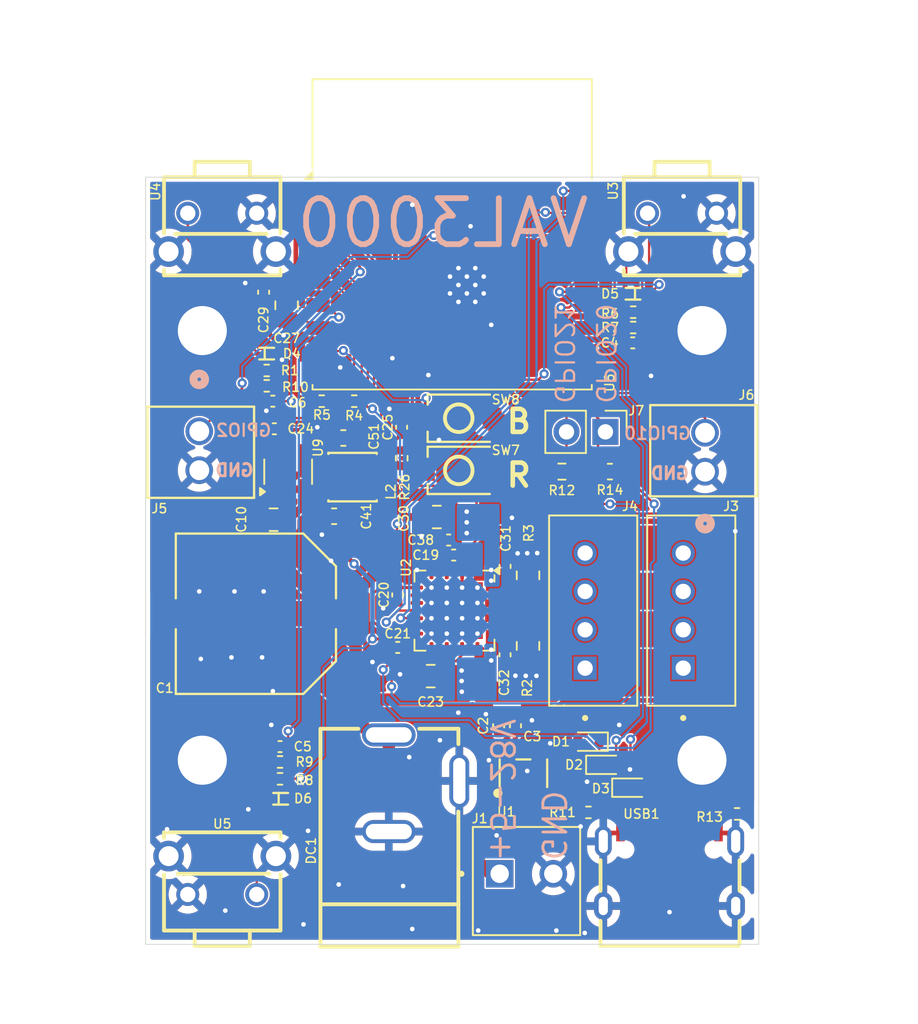
<source format=kicad_pcb>
(kicad_pcb (version 20241229) (generator "pcbnew") (generator_version "9.0")
  (layers (0 "F.Cu" signal) (4 "In1.Cu" mixed "GND3.Cu") (6 "In2.Cu" mixed "GND4.Cu") (2 "B.Cu" signal) (13 "F.Paste" user) (15 "B.Paste" user) (5 "F.SilkS" user "F.Silkscreen") (7 "B.SilkS" user "B.Silkscreen") (1 "F.Mask" user) (3 "B.Mask" user) (25 "Edge.Cuts" user))
  (net 0 "")
  (net 1 "GND")
  (net 2 "24V")
  (net 3 "Net-(U2-CPI)")
  (net 4 "Net-(U2-CPO)")
  (net 5 "Net-(U2-5VOUT)")
  (net 6 "Net-(U6-EN)")
  (net 7 "Net-(U2-VCP)")
  (net 8 "VBUS")
  (net 9 "USB_D-")
  (net 10 "USB_D+")
  (net 11 "Net-(U2-BRA)")
  (net 12 "Net-(U2-BRB)")
  (net 13 "TMC_UART_RX")
  (net 14 "TMC_UART_TX")
  (net 15 "3V3")
  (net 16 "Net-(U9-SW)")
  (net 17 "Net-(U9-BST)")
  (net 18 "TMC_EN")
  (net 19 "Net-(U6-IO9)")
  (net 22 "INDEX")
  (net 23 "USER_1{slash}STEP")
  (net 28 "STALLGUARD")
  (net 30 "BUTTON_2")
  (net 31 "BUTTON_1")
  (net 32 "BUTTON_WIFI_RESET")
  (net 33 "Net-(D4-Pad1)")
  (net 34 "Net-(D5-Pad1)")
  (net 35 "Net-(D6-Pad1)")
  (net 36 "0B2")
  (net 37 "0B1")
  (net 38 "0A2")
  (net 39 "0A1")
  (net 40 "USER_2{slash}DIR")
  (net 41 "DIR")
  (net 42 "STEP")
  (net 43 "Net-(USB1-CC1)")
  (net 44 "Net-(USB1-CC2)")
  (net 47 "USER_3{slash}END_1")
  (net 48 "USER_4{slash}END_2")
  (footprint "TS-1088-AR02016:SW-SMD_L3.9-W3.0-P4.45" (layer "F.Cu") (at 0.43 -5.89)
    (property "Reference" "SW7")
    (property "Value" "TS-1088-AR02016" (hide yes))
  )
  (footprint "Capacitor_SMD:C_0402_1005Metric" (layer "F.Cu") (at 11.78 -14.2 180)
    (property "Reference" "C4")
    (property "Value" "0.1uF" (hide yes))
  )
  (footprint "Resistor_SMD:R_0402_1005Metric" (layer "F.Cu") (at 18.59 16.5 180)
    (property "Reference" "R13")
    (property "Value" "5.1K" (hide yes))
  )
  (footprint "Capacitor_SMD:C_0402_1005Metric" (layer "F.Cu") (at -3.55 5.65)
    (property "Reference" "C21")
    (property "Value" "0.1uF" (hide yes))
  )
  (footprint "Resistor_SMD:R_0603_1608Metric" (layer "F.Cu") (at 7.160356 -5.80918 180)
    (property "Reference" "R12")
    (property "Value" "0R" (hide yes))
  )
  (footprint "Capacitor_SMD:C_0603_1608Metric" (layer "F.Cu") (at -7.1 -8)
    (property "Reference" "C51")
    (property "Value" "22uF" (hide yes))
  )
  (footprint "TC-6615-4.5-160G:KEY-TH_TC-6615-4.5-160G" (layer "F.Cu") (at 15 -21.4 180)
    (property "Reference" "U3")
    (property "Value" "TC-6615-4.5-160G" (hide yes))
  )
  (footprint "Resistor_SMD:R_0402_1005Metric" (layer "F.Cu") (at 8.89 16.4)
    (property "Reference" "R11")
    (property "Value" "5.1K" (hide yes))
  )
  (footprint "Capacitor_SMD:C_0805_2012Metric" (layer "F.Cu") (at -11.65 -2.675 180)
    (property "Reference" "C10")
    (property "Value" "10uF" (hide yes))
  )
  (footprint "Resistor_SMD:R_0402_1005Metric" (layer "F.Cu") (at 11.81 -15.2)
    (property "Reference" "R7")
    (property "Value" "5.1K" (hide yes))
  )
  (footprint "Package_TO_SOT_SMD:TSOT-23-6" (layer "F.Cu") (at -10.7 -5.8 90)
    (property "Reference" "U9")
    (property "Value" "AP63203QWU-7" (hide yes))
  )
  (footprint "Capacitor_SMD:C_0402_1005Metric" (layer "F.Cu") (at -11.6 -8.6)
    (property "Reference" "C24")
    (property "Value" "0.1uF" (hide yes))
  )
  (footprint "Connector_PinHeader_2.54mm:PinHeader_1x02_P2.54mm_Vertical" (layer "F.Cu") (at 10 -8.4 -90)
    (property "Reference" "J7")
    (property "Value" "Conn_01x02_Pin" (hide yes))
  )
  (footprint "Resistor_SMD:R_0402_1005Metric" (layer "F.Cu") (at -12.1 -11.4)
    (property "Reference" "R10")
    (property "Value" "5.1K" (hide yes))
  )
  (footprint "RF_Module:ESP32-C3-WROOM-02" (layer "F.Cu") (at 0 -18.17)
    (property "Reference" "U6")
    (property "Value" "ESP32-C3-WROOM-02" (hide yes))
  )
  (footprint "Capacitor_SMD:C_0402_1005Metric" (layer "F.Cu") (at 3.030669 10.754848 -90)
    (property "Reference" "C2")
    (property "Value" "0.1uF" (hide yes))
  )
  (footprint "Resistor_SMD:R_0402_1005Metric" (layer "F.Cu") (at -6.39 -10.4)
    (property "Reference" "R4")
    (property "Value" "1K" (hide yes))
  )
  (footprint "TS-1088-AR02016:SW-SMD_L3.9-W3.0-P4.45" (layer "F.Cu") (at 0.43 -9.29)
    (property "Reference" "SW8")
    (property "Value" "TS-1088-AR02016" (hide yes))
  )
  (footprint "Capacitor_SMD:C_0402_1005Metric" (layer "F.Cu") (at 3.45 0.37 -90)
    (property "Reference" "C31")
    (property "Value" "0.1uF" (hide yes))
  )
  (footprint "TC-6615-4.5-160G:KEY-TH_TC-6615-4.5-160G" (layer "F.Cu") (at -15 -21.4 180)
    (property "Reference" "U4")
    (property "Value" "TC-6615-4.5-160G" (hide yes))
  )
  (footprint "RT9080-33GJ5:TSOT-23-5_L2.9-W1.6-P0.95-LS2.8-BL" (layer "F.Cu") (at 4.65 13.85)
    (property "Reference" "U1")
    (property "Value" "RT9080-33GJ5" (hide yes))
  )
  (footprint "Capacitor_SMD:C_0805_2012Metric" (layer "F.Cu") (at -1 -2.85 180)
    (property "Reference" "C30")
    (property "Value" "10uF" (hide yes))
  )
  (footprint "Capacitor_SMD:C_0603_1608Metric" (layer "F.Cu") (at 10.293458 -5.80918)
    (property "Reference" "R14")
    (property "Value" "0R" (hide yes))
  )
  (footprint "UWT1H221MNL1GS:CAP-SMD_BD10.0-L10.3-W10.3-LS11.3-FD" (layer "F.Cu") (at -12.8 3.45 180)
    (property "Reference" "C1")
    (property "Value" "220uF")
  )
  (footprint "Capacitor_SMD:C_0805_2012Metric" (layer "F.Cu") (at 4.95 0.95 90)
    (property "Reference" "R3")
    (property "Value" "0R10" (hide yes))
  )
  (footprint "Capacitor_SMD:C_0603_1608Metric" (layer "F.Cu") (at -7.7 -2.9)
    (property "Reference" "C41")
    (property "Value" "22uF" (hide yes))
  )
  (footprint "Capacitor_SMD:C_0402_1005Metric" (layer "F.Cu") (at -3.55 2.23 -90)
    (property "Reference" "C20")
    (property "Value" "4.7uF" (hide yes))
  )
  (footprint "Resistor_SMD:R_0402_1005Metric" (layer "F.Cu") (at -12.1 -12.4)
    (property "Reference" "R1")
    (property "Value" "10K" (hide yes))
  )
  (footprint "TC-6615-4.5-160G:KEY-TH_TC-6615-4.5-160G" (layer "F.Cu") (at -15 20.5)
    (property "Reference" "U5")
    (property "Value" "TC-6615-4.5-160G" (hide yes))
  )
  (footprint "footprints:CONN_OSTVN02A150_OST" (layer "F.Cu") (at -16.5 -8.44 -90)
    (property "Reference" "J5")
    (property "Value" "OSTVN02A150" (hide yes))
  )
  (footprint "Diode_SMD:D_SOD-523" (layer "F.Cu") (at 8.9 11.79 180)
    (property "Reference" "D1")
    (property "Value" "SOD-523_BSD5C051L" (hide yes))
  )
  (footprint "Resistor_SMD:R_0402_1005Metric" (layer "F.Cu") (at -11.229209 14.213167 180)
    (property "Reference" "R8")
    (property "Value" "10K" (hide yes))
  )
  (footprint "Capacitor_SMD:C_0402_1005Metric" (layer "F.Cu") (at 0.1 -0.37 180)
    (property "Reference" "C19")
    (property "Value" "22nF" (hide yes))
  )
  (footprint "Capacitor_SMD:C_0402_1005Metric" (layer "F.Cu") (at 3.45 6.13 90)
    (property "Reference" "C32")
    (property "Value" "0.1uF" (hide yes))
  )
  (footprint "Capacitor_SMD:C_0402_1005Metric" (layer "F.Cu") (at -11.7 -10.4)
    (property "Reference" "C6")
    (property "Value" "0.1uF" (hide yes))
  )
  (footprint "Package_DFN_QFN:VQFN-28-1EP_5x5mm_P0.5mm_EP3.7x3.7mm_ThermalVias" (layer "F.Cu") (at 0.15 3.25 -90)
    (property "Reference" "U2")
    (property "Value" "TMC2209-LA-T" (hide yes))
  )
  (footprint "Capacitor_SMD:C_0805_2012Metric" (layer "F.Cu") (at -10.8 -16.65 -90)
    (property "Reference" "C27")
    (property "Value" "10uF" (hide yes))
  )
  (footprint "Resistor_SMD:R_0402_1005Metric" (layer "F.Cu") (at 11.81 -16.2 180)
    (property "Reference" "R6")
    (property "Value" "10K" (hide yes))
  )
  (footprint "1984617:PHOENIX_1984617" (layer "F.Cu") (at 1.35 24.4)
    (property "Reference" "J1")
    (property "Value" "1984617" (hide yes))
  )
  (footprint "SWPA3015S3R3MT:IND-SMD_L3.0-W3.0_FNR30XXS" (layer "F.Cu") (at -6.5 -5.45 180)
    (property "Reference" "L2")
    (property "Value" "L" (hide yes))
  )
  (footprint "B4B-XH-A:JST_B4B-XH-A" (layer "F.Cu") (at 15.6 3.25 -90)
    (property "Reference" "J3")
    (property "Value" "B4B-XH-A" (hide yes))
  )
  (footprint "Capacitor_SMD:C_0402_1005Metric" (layer "F.Cu") (at -11.229209 12.113167)
    (property "Reference" "C5")
    (property "Value" "0.1uF" (hide yes))
  )
  (footprint "B4B-XH-A:JST_B4B-XH-A" (layer "F.Cu") (at 9.2 3.25 -90)
    (property "Reference" "J4")
    (property "Value" "B4B-XH-A" (hide yes))
  )
  (footprint "Capacitor_SMD:C_0402_1005Metric" (layer "F.Cu") (at -0.23 -1.35)
    (property "Reference" "C38")
    (property "Value" "0.1uF" (hide yes))
  )
  (footprint "Capacitor_SMD:C_0402_1005Metric" (layer "F.Cu") (at 4.130669 10.754848 -90)
    (property "Reference" "C3")
    (property "Value" "0.1uF" (hide yes))
  )
  (footprint "footprints:CONN_OSTVN02A150_OST" (layer "F.Cu") (at 16.5 -5.8 90)
    (property "Reference" "J6")
    (property "Value" "OSTVN02A150" (hide yes))
  )
  (footprint "Resistor_SMD:R_0402_1005Metric" (layer "F.Cu") (at -3.29 -6.68 -90)
    (property "Reference" "R26")
    (property "Value" "10K" (hide yes))
  )
  (footprint "Diode_SMD:D_SOD-523" (layer "F.Cu") (at 11.7 14.79)
    (property "Reference" "D3")
    (property "Value" "SOD-523_BSD5C051L" (hide yes))
  )
  (footprint "Capacitor_SMD:C_0805_2012Metric" (layer "F.Cu") (at -1.4 7.52 180)
    (property "Reference" "C23")
    (property "Value" "10uF" (hide yes))
  )
  (footprint "ESD9L3-3ST5G:SOD-923_L0.8-W0.6-LS1.0-RD" (layer "F.Cu") (at -11.189209 15.513167)
    (property "Reference" "D6")
    (property "Value" "ESD9L3.3ST5G" (hide yes))
  )
  (footprint "Resistor_SMD:R_0402_1005Metric" (layer "F.Cu") (at -11.229209 13.113167)
    (property "Reference" "R9")
    (property "Value" "5.1K" (hide yes))
  )
  (footprint "Diode_SMD:D_SOD-523" (layer "F.Cu") (at 10 13.3)
    (property "Reference" "D2")
    (property "Value" "SOD-523_BSD5C051L" (hide yes))
  )
  (footprint "ESD9L3-3ST5G:SOD-923_L0.8-W0.6-LS1.0-RD" (layer "F.Cu") (at -12.1 -13.5)
    (property "Reference" "D4")
    (property "Value" "ESD9L3.3ST5G" (hide yes))
  )
  (footprint "Capacitor_SMD:C_0402_1005Metric" (layer "F.Cu") (at -12.3 -17.5 -90)
    (property "Reference" "C29")
    (property "Value" "0.1uF" (hide yes))
  )
  (footprint "Resistor_SMD:R_0402_1005Metric" (layer "F.Cu") (at -8.51 -10.4 180)
    (property "Reference" "R5")
    (property "Value" "10K" (hide yes))
  )
  (footprint "USB-C-LCSC_C2765186:USB-C-SMD_TYPE-C-6PIN-2MD-073" (layer "F.Cu") (at 14.18 20.12)
    (property "Reference" "USB1")
    (property "Value" "TYPE-C 16PIN 2MD(073)" (hide yes))
  )
  (footprint "DC-005:DC-IN-TH_DC-005-5.5-2.0" (layer "F.Cu") (at -1.8325 14.5 90)
    (property "Reference" "DC1")
    (property "Value" "DC-005 5.5-2.0MM" (hide yes))
  )
  (footprint "ESD9L3-3ST5G:SOD-923_L0.8-W0.6-LS1.0-RD" (layer "F.Cu") (at 11.8 -17.4 180)
    (property "Reference" "D5")
    (property "Value" "ESD9L3.3ST5G" (hide yes))
  )
  (footprint "Capacitor_SMD:C_0402_1005Metric" (layer "F.Cu") (at -3.3 -8.7 90)
    (property "Reference" "C25")
    (property "Value" "0.1uF" (hide yes))
  )
  (footprint "Capacitor_SMD:C_0805_2012Metric" (layer "F.Cu") (at 4.95 5.55 -90)
    (property "Reference" "R2")
    (property "Value" "0R10" (hide yes))
  )
  (gr_line (start 20 -25) (end -20 -25) (stroke (width 0.05)) (layer "Edge.Cuts"))
  (gr_line (start -20 25) (end 20 25) (stroke (width 0.05)) (layer "Edge.Cuts"))
  (gr_line (start 20 25) (end 20 -25) (stroke (width 0.05)) (layer "Edge.Cuts"))
  (gr_line (start -20 -25) (end -20 25) (stroke (width 0.05)) (layer "Edge.Cuts"))
  (gr_text "B" (at 3.4 -8.2 0) (layer "F.SilkS") (effects (font (size 1.5 1.5) (thickness 0.3) (bold yes)) (justify left bottom)))
  (gr_text "R" (at 3.4 -4.7 0) (layer "F.SilkS") (effects (font (size 1.5 1.5) (thickness 0.3) (bold yes)) (justify left bottom)))
  (gr_text "+5-28V" (at 3.25 14.95 270) (layer "B.SilkS") (effects (font (size 1.5 1.5) (thickness 0.1875)) (justify mirror)))
  (gr_text "GND" (at -14.2 -5.9 0) (layer "B.SilkS") (effects (font (size 0.8 0.8) (thickness 0.1875)) (justify mirror)))
  (gr_text "GND" (at 14.2 -5.7 0) (layer "B.SilkS") (effects (font (size 0.8 0.8) (thickness 0.1875)) (justify mirror)))
  (gr_text "GPIO21" (at 7.3 -13.5 270) (layer "B.SilkS") (effects (font (size 1.2 1.2)) (justify mirror)))
  (gr_text "GPIO10\n" (at 13.4 -8.3 0) (layer "B.SilkS") (effects (font (size 0.8 0.8)) (justify mirror)))
  (gr_text "GPIO2" (at -13.6 -8.5 0) (layer "B.SilkS") (effects (font (size 0.8 0.8)) (justify mirror)))
  (gr_text "GPIO20" (at 10 -13.5 270) (layer "B.SilkS") (effects (font (size 1.2 1.2)) (justify mirror)))
  (gr_text "GND" (at 6.6 17.25 270) (layer "B.SilkS") (effects (font (size 1.5 1.5) (thickness 0.1875)) (justify mirror)))
  (gr_text "VAL3000" (at -0.6 -22 0) (layer "B.SilkS") (effects (font (size 3 3) (thickness 0.375)) (justify mirror)))
  (segment (start -10.8 -15.7) (end -10.8 -14.9) (width 0.15) (layer "F.Cu") (net 1))
  (segment (start 9.3 13.3) (end 9.3 13.1) (width 0.15) (layer "F.Cu") (net 1))
  (segment (start -1.95 -1.65) (end -1.95 -2.85) (width 0.3) (layer "F.Cu") (net 1))
  (segment (start -2.35 7.45) (end -2.7 7.8) (width 0.3) (layer "F.Cu") (net 1))
  (segment (start 8.2 16.22) (end 8.38 16.4) (width 0.15) (layer "F.Cu") (net 1))
  (segment (start -3 7.8) (end -3.4 7.4) (width 0.3) (layer "F.Cu") (net 1))
  (segment (start -11.5 -13.5) (end -11.1 -13.1) (width 0.2) (layer "F.Cu") (net 1))
  (segment (start -9 -5.6) (end -9 -3.425) (width 0.3) (layer "F.Cu") (net 1))
  (segment (start 9.3 13.3) (end 9.3 13.9) (width 0.15) (layer "F.Cu") (net 1))
  (segment (start -2.3 4.25) (end -0.85 4.25) (width 0.2) (layer "F.Cu") (net 1))
  (segment (start 9.3 13.1) (end 9.6 12.8) (width 0.15) (layer "F.Cu") (net 1))
  (segment (start 8.38 17.32) (end 8.38 16.4) (width 0.15) (layer "F.Cu") (net 1))
  (segment (start 0.65 2.75) (end 0.15 3.25) (width 0.15) (layer "F.Cu") (net 1))
  (segment (start 0.15 5.7) (end 0.15 3.25) (width 0.2) (layer "F.Cu") (net 1))
  (segment (start 10.98 17.74) (end 10.41 17.74) (width 0.3) (layer "F.Cu") (net 1))
  (segment (start -4.75 5.65) (end -4.03 5.65) (width 0.15) (layer "F.Cu") (net 1))
  (segment (start -14.68 -13.38) (end -16.3 -15) (width 0.15) (layer "F.Cu") (net 1))
  (segment (start -3.9 3.06) (end -4.46 3.06) (width 0.2) (layer "F.Cu") (net 1))
  (segment (start -0.85 4.25) (end 0.15 3.25) (width 0.2) (layer "F.Cu") (net 1))
  (segment (start -12.18 -10) (end -12.18 -10.4) (width 0.2) (layer "F.Cu") (net 1))
  (segment (start -16.5 -5.8) (end -16.5 -6.214968) (width 0.15) (layer "F.Cu") (net 1))
  (segment (start -9.75 -6.35) (end -9 -5.6) (width 0.3) (layer "F.Cu") (net 1))
  (segment (start 0.65 0.8) (end 0.65 1.75) (width 0.2) (layer "F.Cu") (net 1))
  (segment (start 11 14.2) (end 11.6 13.6) (width 0.15) (layer "F.Cu") (net 1))
  (segment (start -8.75 -12.17) (end -7.73 -12.17) (width 0.2) (layer "F.Cu") (net 1))
  (segment (start -2.7 7.8) (end -3 7.8) (width 0.3) (layer "F.Cu") (net 1))
  (segment (start 0.65 0.8) (end 0.65 2.75) (width 0.15) (layer "F.Cu") (net 1))
  (segment (start 9.6 11.79) (end 10.69 10.7) (width 0.5) (layer "F.Cu") (net 1))
  (segment (start -12.3 -17.02) (end -13.38 -18.1) (width 0.15) (layer "F.Cu") (net 1))
  (segment (start 2 -9.1) (end 2.92 -9.1) (width 0.15) (layer "F.Cu") (net 1))
  (segment (start -12.125 -9.945) (end -12.18 -10) (width 0.2) (layer "F.Cu") (net 1))
  (segment (start -3.55 2.71) (end -3.9 3.06) (width 0.2) (layer "F.Cu") (net 1))
  (segment (start 11.36 -20.01) (end 11.5 -20.15) (width 0.15) (layer "F.Cu") (net 1))
  (segment (start 11.26 -17.4) (end 11.36 -17.5) (width 0.15) (layer "F.Cu") (net 1))
  (segment (start -12.125 -9.775) (end -12.125 -9.945) (width 0.2) (layer "F.Cu") (net 1))
  (segment (start 9.3 13.9) (end 8.8 14.4) (width 0.15) (layer "F.Cu") (net 1))
  (segment (start 11 14.79) (end 11 14.2) (width 0.15) (layer "F.Cu") (net 1))
  (segment (start -2 -1.6) (end -1.95 -1.65) (width 0.3) (layer "F.Cu") (net 1))
  (segment (start 9.6 12.8) (end 9.6 11.79) (width 0.15) (layer "F.Cu") (net 1))
  (segment (start -13.38 -18.1) (end -13.5 -18.1) (width 0.15) (layer "F.Cu") (net 1))
  (segment (start -8.575 -8.7) (end -7.875 -8) (width 0.3) (layer "F.Cu") (net 1))
  (segment (start 17.38 17.74) (end 17.95 17.74) (width 0.3) (layer "F.Cu") (net 1))
  (segment (start -5.2 6.6) (end -5.2 6.1) (width 0.15) (layer "F.Cu") (net 1))
  (segment (start 10.69 10.7) (end 10.9 10.7) (width 0.5) (layer "F.Cu") (net 1))
  (segment (start 10.41 17.74) (end 9.86 18.29) (width 0.3) (layer "F.Cu") (net 1))
  (segment (start -8.8 -8.7) (end -8.575 -8.7) (width 0.3) (layer "F.Cu") (net 1))
  (segment (start 11.36 -17.5) (end 11.36 -20.01) (width 0.15) (layer "F.Cu") (net 1))
  (segment (start 17.95 17.74) (end 18.5 18.29) (width 0.3) (layer "F.Cu") (net 1))
  (segment (start 2.2 -5.7) (end 2.92 -5.7) (width 0.2) (layer "F.Cu") (net 1))
  (segment (start -9.75 -6.9375) (end -9.75 -6.35) (width 0.3) (layer "F.Cu") (net 1))
  (segment (start -10.8 -14.9) (end -11 -14.7) (width 0.15) (layer "F.Cu") (net 1))
  (segment (start -11.56 -13.5) (end -11.5 -13.5) (width 0.2) (layer "F.Cu") (net 1))
  (segment (start -8.475 -2.9) (end -8.475 -1.725) (width 0.3) (layer "F.Cu") (net 1))
  (segment (start -7.73 -12.17) (end -7.3 -12.6) (width 0.2) (layer "F.Cu") (net 1))
  (segment (start -9 -3.425) (end -8.475 -2.9) (width 0.3) (layer "F.Cu") (net 1))
  (segment (start -8.475 -1.725) (end -8.5 -1.7) (width 0.3) (layer "F.Cu") (net 1))
  (segment (start -4.46 3.06) (end -4.5 3.1) (width 0.2) (layer "F.Cu") (net 1))
  (segment (start -5.2 6.1) (end -4.75 5.65) (width 0.15) (layer "F.Cu") (net 1))
  (via (at -0.86 -7.87) (size 0.6) (drill 0.3) (layers "F.Cu" "B.Cu") (net 1))
  (via (at 8.8 14.4) (size 0.6) (drill 0.3) (layers "F.Cu" "B.Cu") (net 1))
  (via (at 1.2 -21.8) (size 0.6) (drill 0.3) (layers "F.Cu" "B.Cu") (net 1))
  (via (at 8.65 24.259996) (size 0.6) (drill 0.3) (layers "F.Cu" "B.Cu") (net 1))
  (via (at 6.4 11.9) (size 0.6) (drill 0.3) (layers "F.Cu" "B.Cu") (net 1))
  (via (at -7.4 21.1) (size 0.6) (drill 0.3) (layers "F.Cu" "B.Cu") (net 1))
  (via (at -3.4 7.4) (size 0.6) (drill 0.3) (layers "F.Cu" "B.Cu") (net 1))
  (via (at 5.2 10.4) (size 0.6) (drill 0.3) (layers "F.Cu" "B.Cu") (net 1))
  (via (at -4.5 3.1) (size 0.6) (drill 0.3) (layers "F.Cu" "B.Cu") (net 1))
  (via (at -11.1 -13.1) (size 0.6) (drill 0.3) (layers "F.Cu" "B.Cu") (net 1))
  (via (at 4.9 13.7) (size 0.6) (drill 0.3) (layers "F.Cu" "B.Cu") (net 1))
  (via (at -2 -1.6) (size 0.6) (drill 0.3) (layers "F.Cu" "B.Cu") (net 1))
  (via (at 16.3 13) (size 6.4) (drill 3.2) (layers "F.Cu" "B.Cu") (net 1))
  (via (at -16.5 2) (size 0.6) (drill 0.3) (layers "F.Cu" "B.Cu") (net 1))
  (via (at 10.9 10.7) (size 0.6) (drill 0.3) (layers "F.Cu" "B.Cu") (net 1))
  (via (at -7.3 -12.6) (size 0.6) (drill 0.3) (layers "F.Cu" "B.Cu") (net 1))
  (via (at -11 -14.7) (size 0.6) (drill 0.3) (layers "F.Cu" "B.Cu") (net 1))
  (via (at -16.3 13) (size 6.4) (drill 3.2) (layers "F.Cu" "B.Cu") (net 1))
  (via (at 2.9 17.9) (size 0.6) (drill 0.3) (layers "F.Cu" "B.Cu") (net 1))
  (via (at -8.5 -1.7) (size 0.6) (drill 0.3) (layers "F.Cu" "B.Cu") (net 1))
  (via (at 2.4 13) (size 0.6) (drill 0.3) (layers "F.Cu" "B.Cu") (net 1))
  (via (at -7.9 0) (size 0.6) (drill 0.3) (layers "F.Cu" "B.Cu") (net 1))
  (via (at -3.2 21.2) (size 0.6) (drill 0.3) (layers "F.Cu" "B.Cu") (net 1))
  (via (at -16.3 -15) (size 6.4) (drill 3.2) (layers "F.Cu" "B.Cu") (net 1))
  (via (at 2.2 10) (size 0.6) (drill 0.3) (layers "F.Cu" "B.Cu") (net 1))
  (via (at 16.3 -15) (size 6.4) (drill 3.2) (layers "F.Cu" "B.Cu") (net 1))
  (via (at -14.4 6.3) (size 0.6) (drill 0.3) (layers "F.Cu" "B.Cu") (net 1))
  (via (at -13.3 16.2) (size 0.6) (drill 0.3) (layers "F.Cu" "B.Cu") (net 1))
  (via (at 4.127801 7.492979) (size 0.6) (drill 0.3) (layers "F.Cu" "B.Cu") (net 1))
  (via (at 8.38 17.32) (size 0.6) (drill 0.3) (layers "F.Cu" "B.Cu") (net 1))
  (via (at -0.8 11.7) (size 0.6) (drill 0.3) (layers "F.Cu" "B.Cu") (net 1))
  (via (at -12.3 2) (size 0.6) (drill 0.3) (layers "F.Cu" "B.Cu") (net 1))
  (via (at 4.799997 7.5) (size 0.6) (drill 0.3) (layers "F.Cu" "B.Cu") (net 1))
  (via (at 5.55 -0.5) (size 0.6) (drill 0.3) (layers "F.Cu" "B.Cu") (net 1))
  (via (at -9.7 23.7) (size 0.6) (drill 0.3) (layers "F.Cu" "B.Cu") (net 1))
  (via (at -2.6 24) (size 0.6) (drill 0.3) (layers "F.Cu" "B.Cu") (net 1))
  (via (at 15.1 -23.75) (size 0.6) (drill 0.3) (layers "F.Cu" "B.Cu") (net 1))
  (via (at -8.8 -8.7) (size 0.6) (drill 0.3) (layers "F.Cu" "B.Cu") (net 1))
  (via (at -14.8 22.8) (size 0.6) (drill 0.3) (layers "F.Cu" "B.Cu") (net 1))
  (via (at -3.9 -13.2) (size 0.6) (drill 0.3) (layers "F.Cu" "B.Cu") (net 1))
  (via (at 12.975 -12.05) (size 0.6) (drill 0.3) (layers "F.Cu" "B.Cu") (net 1))
  (via (at 14.18 22.9) (size 0.6) (drill 0.3) (layers "F.Cu" "B.Cu") (net 1))
  (via (at -12.4 6.3) (size 0.6) (drill 0.3) (layers "F.Cu" "B.Cu") (net 1))
  (via (at -13.5 -18.1) (size 0.6) (drill 0.3) (layers "F.Cu" "B.Cu") (net 1))
  (via (at 4.9 -0.49) (size 0.6) (drill 0.3) (layers "F.Cu" "B.Cu") (net 1))
  (via (at -2.3 0.6) (size 0.6) (drill 0.3) (layers "F.Cu" "B.Cu") (net 1))
  (via (at 18.475 -1.925) (size 0.6) (drill 0.3) (layers "F.Cu" "B.Cu") (net 1))
  (via (at 2.55 -15.375) (size 0.6) (drill 0.3) (layers "F.Cu" "B.Cu") (net 1))
  (via (at 5.5 7.5) (size 0.6) (drill 0.3) (layers "F.Cu" "B.Cu") (net 1))
  (via (at -5.2 6.6) (size 0.6) (drill 0.3) (layers "F.Cu" "B.Cu") (net 1))
  (via (at -11.8 10.7) (size 0.6) (drill 0.3) (layers "F.Cu" "B.Cu") (net 1))
  (via (at -2.8 12.8) (size 0.6) (drill 0.3) (layers "F.Cu" "B.Cu") (net 1))
  (via (at -2.6 -23.2) (size 0.6) (drill 0.3) (layers "F.Cu" "B.Cu") (net 1))
  (via (at -14.2 2) (size 0.6) (drill 0.3) (layers "F.Cu" "B.Cu") (net 1))
  (via (at 11.6 13.6) (size 0.6) (drill 0.3) (layers "F.Cu" "B.Cu") (net 1))
  (via (at -1.55 -12.1) (size 0.6) (drill 0.3) (layers "F.Cu" "B.Cu") (net 1))
  (via (at 4.27 -0.48) (size 0.6) (drill 0.3) (layers "F.Cu" "B.Cu") (net 1))
  (via (at -4.1 -9.9) (size 0.6) (drill 0.3) (layers "F.Cu" "B.Cu") (net 1))
  (via (at 6.8 24.1) (size 0.6) (drill 0.3) (layers "F.Cu" "B.Cu") (net 1))
  (via (at -11.7 8.5) (size 0.6) (drill 0.3) (layers "F.Cu" "B.Cu") (net 1))
  (via (at -18.6 17.5) (size 0.6) (drill 0.3) (layers "F.Cu" "B.Cu") (net 1))
  (via (at 0.4 9.9) (size 0.6) (drill 0.3) (layers "F.Cu" "B.Cu") (net 1))
  (via (at 3.9 -2.8) (size 0.6) (drill 0.3) (layers "F.Cu" "B.Cu") (net 1))
  (via (at -16.4 6.4) (size 0.6) (drill 0.3) (layers "F.Cu" "B.Cu") (net 1))
  (via (at -12.125 -9.775) (size 0.6) (drill 0.3) (layers "F.Cu" "B.Cu") (net 1))
  (via (at 1.7 24.1) (size 0.6) (drill 0.3) (layers "F.Cu" "B.Cu") (net 1))
  (via (at -9.4 17.6) (size 0.6) (drill 0.3) (layers "F.Cu" "B.Cu") (net 1))
  (segment (start -4.376 -2.731786) (end -4.376 0.176) (width 0.8) (layer "F.Cu") (net 2))
  (segment (start 0.25 -1.9) (end 0.25 -1.35) (width 0.8) (layer "F.Cu") (net 2))
  (segment (start -0.45 7.45) (end -0.45 8.5) (width 0.8) (layer "F.Cu") (net 2))
  (segment (start -7.65 3.45) (end -8.3 3.45) (width 0.8) (layer "F.Cu") (net 2))
  (segment (start -9.75 -3.55) (end -10.425 -2.875) (width 0.5) (layer "F.Cu") (net 2))
  (segment (start -10.7 -4.6625) (end -9.75 -4.6625) (width 0.5) (layer "F.Cu") (net 2))
  (segment (start -3.899 -3.201) (end -3.906786 -3.201) (width 0.8) (layer "F.Cu") (net 2))
  (segment (start -4.1325 11.35) (end -4.1325 13.7675) (width 0.8) (layer "F.Cu") (net 2))
  (segment (start -4.1325 13.7675) (end 2.5 20.4) (width 0.8) (layer "F.Cu") (net 2))
  (segment (start -6.3 7.95) (end -6.3 5.45) (width 0.8) (layer "F.Cu") (net 2))
  (segment (start -10.9 -2.875) (end -10.7 -2.675) (width 0.5) (layer "F.Cu") (net 2))
  (segment (start -0.45 8.5) (end -1 9.05) (width 0.8) (layer "F.Cu") (net 2))
  (segment (start -2.8 -4.3) (end -3.899 -3.201) (width 0.8) (layer "F.Cu") (net 2))
  (segment (start -3.906786 -3.201) (end -4.376 -2.731786) (width 0.8) (layer "F.Cu") (net 2))
  (segment (start -5.25 11.35) (end -8.3 8.3) (width 0.8) (layer "F.Cu") (net 2))
  (segment (start 2.9 20.6) (end 3.1 20.4) (width 0.8) (layer "F.Cu") (net 2))
  (segment (start -10.425 -2.875) (end -10.9 -2.875) (width 0.5) (layer "F.Cu") (net 2))
  (segment (start -0.05 -3.7) (end -0.65 -4.3) (width 0.8) (layer "F.Cu") (net 2))
  (segment (start -0.65 -4.3) (end -2.8 -4.3) (width 0.8) (layer "F.Cu") (net 2))
  (segment (start -4.1325 11.35) (end -5.25 11.35) (width 0.8) (layer "F.Cu") (net 2))
  (segment (start -0.05 -2.85) (end -0.05 -3.7) (width 0.8) (layer "F.Cu") (net 2))
  (segment (start -9.75 -4.6625) (end -9.75 -3.55) (width 0.5) (layer "F.Cu") (net 2))
  (segment (start 2.8 20.6) (end 2.9 20.6) (width 0.8) (layer "F.Cu") (net 2))
  (segment (start 2.5 20.4) (end 3.1 20.4) (width 0.8) (layer "F.Cu") (net 2))
  (segment (start -10.7 -2.675) (end -10.7 0.6) (width 0.8) (layer "F.Cu") (net 2))
  (segment (start -4.376 0.176) (end -7.65 3.45) (width 0.8) (layer "F.Cu") (net 2))
  (segment (start -0.05 -2.85) (end -0.05 -2.2) (width 0.8) (layer "F.Cu") (net 2))
  (segment (start -0.05 -2.2) (end 0.25 -1.9) (width 0.8) (layer "F.Cu") (net 2))
  (segment (start -1 9.05) (end -5.2 9.05) (width 0.8) (layer "F.Cu") (net 2))
  (segment (start -6.3 5.45) (end -8.3 3.45) (width 0.8) (layer "F.Cu") (net 2))
  (segment (start -8.3 8.3) (end -8.3 3.45) (width 0.8) (layer "F.Cu") (net 2))
  (segment (start -5.2 9.05) (end -6.3 7.95) (width 0.8) (layer "F.Cu") (net 2))
  (segment (start -8.3 3) (end -8.3 3.45) (width 0.8) (layer "F.Cu") (net 2))
  (segment (start -10.7 0.6) (end -8.3 3) (width 0.8) (layer "F.Cu") (net 2))
  (via (at 2.55 6.5) (size 0.6) (drill 0.3) (layers "F.Cu" "B.Cu") (net 2))
  (via (at 0.628275 8.535599) (size 0.6) (drill 0.3) (layers "F.Cu" "B.Cu") (net 2))
  (via (at 2.55 5.8) (size 0.6) (drill 0.3) (layers "F.Cu" "B.Cu") (net 2))
  (via (at 0.618545 7.835664) (size 0.6) (drill 0.3) (layers "F.Cu" "B.Cu") (net 2))
  (via (at 0.614385 7.157367) (size 0.6) (drill 0.3) (layers "F.Cu" "B.Cu") (net 2))
  (via (at 2.55 0.6) (size 0.6) (drill 0.3) (layers "F.Cu" "B.Cu") (net 2))
  (via (at 0.95 -1.8) (size 0.6) (drill 0.3) (layers "F.Cu" "B.Cu") (net 2))
  (via (at 0.95 -3.2) (size 0.6) (drill 0.3) (layers "F.Cu" "B.Cu") (net 2))
  (via (at 2.55 1.3) (size 0.6) (drill 0.3) (layers "F.Cu" "B.Cu") (net 2))
  (via (at 0.95 -2.5) (size 0.6) (drill 0.3) (layers "F.Cu" "B.Cu") (net 2))
  (segment (start -0.35 -0.29) (end -0.41 -0.35) (width 0.15) (layer "F.Cu") (net 3))
  (segment (start -0.35 0.8) (end -0.35 -0.29) (width 0.15) (layer "F.Cu") (net 3))
  (segment (start 0.15 0.05) (end 0.55 -0.35) (width 0.15) (layer "F.Cu") (net 4))
  (segment (start 0.15 0.8) (end 0.15 0.05) (width 0.15) (layer "F.Cu") (net 4))
  (segment (start -2.3 1.75) (end -3.55 1.75) (width 0.2) (layer "F.Cu") (net 5))
  (segment (start -5.1 -10.65) (end -4.63 -10.18) (width 0.15) (layer "F.Cu") (net 6))
  (segment (start -5.1 -19.55) (end -5.1 -10.65) (width 0.15) (layer "F.Cu") (net 6))
  (segment (start -2.03 -6.17) (end -1.75 -5.89) (width 0.15) (layer "F.Cu") (net 6))
  (segment (start -3.29 -6.17) (end -3.9 -6.78) (width 0.15) (layer "F.Cu") (net 6))
  (segment (start -3.9 -7.62) (end -3.3 -8.22) (width 0.15) (layer "F.Cu") (net 6))
  (segment (start -4.63 -10.18) (end -4.63 -9.47) (width 0.15) (layer "F.Cu") (net 6))
  (segment (start -3.38 -8.22) (end -3.3 -8.22) (width 0.15) (layer "F.Cu") (net 6))
  (segment (start -8.75 -22.67) (end -8.22 -22.67) (width 0.15) (layer "F.Cu") (net 6))
  (segment (start -8.22 -22.67) (end -5.1 -19.55) (width 0.15) (layer "F.Cu") (net 6))
  (segment (start -4.63 -9.47) (end -3.38 -8.22) (width 0.15) (layer "F.Cu") (net 6))
  (segment (start -3.29 -6.17) (end -2.03 -6.17) (width 0.15) (layer "F.Cu") (net 6))
  (segment (start -3.9 -6.78) (end -3.9 -7.62) (width 0.15) (layer "F.Cu") (net 6))
  (segment (start -0.975 0.025) (end -0.975 -1.085) (width 0.15) (layer "F.Cu") (net 7))
  (segment (start -0.85 0.15) (end -0.975 0.025) (width 0.15) (layer "F.Cu") (net 7))
  (segment (start -0.975 -1.085) (end -0.71 -1.35) (width 0.15) (layer "F.Cu") (net 7))
  (segment (start -0.85 0.15) (end -0.85 0.8) (width 0.15) (layer "F.Cu") (net 7))
  (segment (start 11.78 18.247926) (end 11.78 17.74) (width 0.3) (layer "F.Cu") (net 8))
  (segment (start 6.1 15) (end 7.3 16.2) (width 0.3) (layer "F.Cu") (net 8))
  (segment (start 5.6 15.6) (end 5.6 15) (width 0.3) (layer "F.Cu") (net 8))
  (segment (start 8.2 13.6) (end 7.3 14.5) (width 0.3) (layer "F.Cu") (net 8))
  (segment (start 7.3 14.5) (end 7.3 16.2) (width 0.3) (layer "F.Cu") (net 8))
  (segment (start 9.5 20.3) (end 13 20.3) (width 0.3) (layer "F.Cu") (net 8))
  (segment (start 15.527926 19.3) (end 14.2 19.3) (width 0.3) (layer "F.Cu") (net 8))
  (segment (start 14 19.3) (end 14.2 19.3) (width 0.3) (layer "F.Cu") (net 8))
  (segment (start 16.58 18.247926) (end 15.527926 19.3) (width 0.3) (layer "F.Cu") (net 8))
  (segment (start 5.6 15) (end 6.1 15) (width 0.3) (layer "F.Cu") (net 8))
  (segment (start 13 20.3) (end 14 19.3) (width 0.3) (layer "F.Cu") (net 8))
  (segment (start 4.4 16.3) (end 4.9 16.3) (width 0.3) (layer "F.Cu") (net 8))
  (segment (start 12.832074 19.3) (end 11.78 18.247926) (width 0.3) (layer "F.Cu") (net 8))
  (segment (start 8.2 11.79) (end 8.2 13.6) (width 0.3) (layer "F.Cu") (net 8))
  (segment (start 3.7 15) (end 3.7 15.6) (width 0.3) (layer "F.Cu") (net 8))
  (segment (start 14.2 19.3) (end 12.832074 19.3) (width 0.3) (layer "F.Cu") (net 8))
  (segment (start 7.3 18.1) (end 9.5 20.3) (width 0.3) (layer "F.Cu") (net 8))
  (segment (start 3.7 15.6) (end 4.4 16.3) (width 0.3) (layer "F.Cu") (net 8))
  (segment (start 4.9 16.3) (end 5.6 15.6) (width 0.3) (layer "F.Cu") (net 8))
  (segment (start 16.58 17.74) (end 16.58 18.247926) (width 0.3) (layer "F.Cu") (net 8))
  (segment (start 7.3 16.2) (end 7.3 18.1) (width 0.3) (layer "F.Cu") (net 8))
  (segment (start 7.795 -16.67) (end 8.75 -16.67) (width 0.15) (layer "F.Cu") (net 9))
  (segment (start 10.7 16.1) (end 10.2 15.6) (width 0.15) (layer "F.Cu") (net 9))
  (segment (start 13.69 18.7) (end 14.111 18.7) (width 0.15) (layer "F.Cu") (net 9))
  (segment (start 12.3 16.1) (end 10.7 16.1) (width 0.15) (layer "F.Cu") (net 9))
  (segment (start 10.2 13.8) (end 10.7 13.3) (width 0.15) (layer "F.Cu") (net 9))
  (segment (start 13.43 17.74) (end 13.43 17.23) (width 0.15) (layer "F.Cu") (net 9))
  (segment (start 13.43 17.23) (end 12.3 16.1) (width 0.15) (layer "F.Cu") (net 9))
  (segment (start 7.625 -16.5) (end 7.795 -16.67) (width 0.15) (layer "F.Cu") (net 9))
  (segment (start 13.43 18.44) (end 13.69 18.7) (width 0.15) (layer "F.Cu") (net 9))
  (segment (start 14.111 18.7) (end 14.43 18.381) (width 0.15) (layer "F.Cu") (net 9))
  (segment (start 14.43 18.381) (end 14.43 17.74) (width 0.15) (layer "F.Cu") (net 9))
  (segment (start 10.2 15.6) (end 10.2 13.8) (width 0.15) (layer "F.Cu") (net 9))
  (segment (start 10.7 11.7) (end 10.7 13.3) (width 0.15) (layer "F.Cu") (net 9))
  (segment (start 7.1 -16.5) (end 7.625 -16.5) (width 0.15) (layer "F.Cu") (net 9))
  (segment (start 13.43 17.74) (end 13.43 18.44) (width 0.15) (layer "F.Cu") (net 9))
  (via (at 7.1 -16.5) (size 0.6) (drill 0.3) (layers "F.Cu" "B.Cu") (net 9))
  (via (at 10.7 11.7) (size 0.6) (drill 0.3) (layers "F.Cu" "B.Cu") (net 9))
  (segment (start 11.8 -9.945032) (end 11.8 -8.075) (width 0.15) (layer "B.Cu") (net 9))
  (segment (start 11.159876 11.440124) (end 10.9 11.7) (width 0.15) (layer "B.Cu") (net 9))
  (segment (start 7.1 -16.5) (end 11.099 -12.501) (width 0.15) (layer "B.Cu") (net 9))
  (segment (start 10.9 11.7) (end 10.7 11.7) (width 0.15) (layer "B.Cu") (net 9))
  (segment (start 11.43871 11.159876) (end 11.159876 11.43871) (width 0.15) (layer "B.Cu") (net 9))
  (segment (start 11.440124 11.159876) (end 11.43871 11.159876) (width 0.15) (layer "B.Cu") (net 9))
  (segment (start 11.099 -12.501) (end 11.099 -10.646032) (width 0.15) (layer "B.Cu") (net 9))
  (segment (start 11.159876 11.43871) (end 11.159876 11.440124) (width 0.15) (layer "B.Cu") (net 9))
  (segment (start 11.099 -10.646032) (end 11.8 -9.945032) (width 0.15) (layer "B.Cu") (net 9))
  (segment (start 12.449 10.151) (end 11.440124 11.159876) (width 0.15) (layer "B.Cu") (net 9))
  (segment (start 11.8 -8.075) (end 12.449 -7.426) (width 0.15) (layer "B.Cu") (net 9))
  (segment (start 12.449 -7.426) (end 12.449 10.151) (width 0.15) (layer "B.Cu") (net 9))
  (segment (start 11.635876 11.635876) (end 11.635876 12.935876) (width 0.15) (layer "F.Cu") (net 10))
  (segment (start 13.15 16.15) (end 13.93 16.93) (width 0.15) (layer "F.Cu") (net 10))
  (segment (start 11.635876 12.935876) (end 12.4 13.7) (width 0.15) (layer "F.Cu") (net 10))
  (segment (start 14.2 16.2) (end 13.2 16.2) (width 0.15) (layer "F.Cu") (net 10))
  (segment (start 12.4 15.4) (end 13.15 16.15) (width 0.15) (layer "F.Cu") (net 10))
  (segment (start 8.07 -18.17) (end 8.75 -18.17) (width 0.15) (layer "F.Cu") (net 10))
  (segment (start 12.4 14.79) (end 12.4 15.4) (width 0.15) (layer "F.Cu") (net 10))
  (segment (start 13.2 16.2) (end 13.15 16.15) (width 0.15) (layer "F.Cu") (net 10))
  (segment (start 14.93 17.74) (end 14.93 16.93) (width 0.15) (layer "F.Cu") (net 10))
  (segment (start 7.425 -17.525) (end 8.07 -18.17) (width 0.15) (layer "F.Cu") (net 10))
  (segment (start 12.4 13.7) (end 12.4 14.79) (width 0.15) (layer "F.Cu") (net 10))
  (segment (start 7 -17.525) (end 7.425 -17.525) (width 0.15) (layer "F.Cu") (net 10))
  (segment (start 13.93 16.93) (end 13.93 17.74) (width 0.15) (layer "F.Cu") (net 10))
  (segment (start 14.93 16.93) (end 14.2 16.2) (width 0.15) (layer "F.Cu") (net 10))
  (via (at 7 -17.525) (size 0.6) (drill 0.3) (layers "F.Cu" "B.Cu") (net 10))
  (via (at 11.635876 11.635876) (size 0.6) (drill 0.3) (layers "F.Cu" "B.Cu") (net 10))
  (segment (start 11.35 -12.65) (end 11.35 -10.75) (width 0.15) (layer "B.Cu") (net 10))
  (segment (start 7 -17.525) (end 7 -17.5) (width 0.15) (layer "B.Cu") (net 10))
  (segment (start 11.35 -10.75) (end 12.075 -10.025) (width 0.15) (layer "B.Cu") (net 10))
  (segment (start 8.4 -16.1) (end 8.4 -15.6) (width 0.15) (layer "B.Cu") (net 10))
  (segment (start 12.075 -10.025) (end 12.075 -8.154968) (width 0.15) (layer "B.Cu") (net 10))
  (segment (start 7 -17.5) (end 8.4 -16.1) (width 0.15) (layer "B.Cu") (net 10))
  (segment (start 12.7 -7.529968) (end 12.7 10.55) (width 0.15) (layer "B.Cu") (net 10))
  (segment (start 12.7 10.55) (end 11.635876 11.614124) (width 0.15) (layer "B.Cu") (net 10))
  (segment (start 8.4 -15.6) (end 11.35 -12.65) (width 0.15) (layer "B.Cu") (net 10))
  (segment (start 12.075 -8.154968) (end 12.7 -7.529968) (width 0.15) (layer "B.Cu") (net 10))
  (segment (start 11.635876 11.614124) (end 11.635876 11.635876) (width 0.15) (layer "B.Cu") (net 10))
  (segment (start 4.95 4.6) (end 4.95 5) (width 0.3) (layer "F.Cu") (net 11))
  (segment (start 4.6 4.25) (end 4.95 4.6) (width 0.3) (layer "F.Cu") (net 11))
  (segment (start 2.6 4.25) (end 4.6 4.25) (width 0.3) (layer "F.Cu") (net 11))
  (segment (start 2.6 2.25) (end 4.9 2.25) (width 0.3) (layer "F.Cu") (net 12))
  (segment (start 4.95 2.2) (end 4.95 1.9) (width 0.3) (layer "F.Cu") (net 12))
  (segment (start 4.9 2.25) (end 4.95 2.2) (width 0.3) (layer "F.Cu") (net 12))
  (segment (start -3.6 -2.375) (end -3.6 0.6) (width 0.15) (layer "F.Cu") (net 13))
  (segment (start -3.6 0.6) (end -5.2 2.2) (width 0.15) (layer "F.Cu") (net 13))
  (segment (start -5.2 -9.9) (end -5.38 -9.9) (width 0.15) (layer "F.Cu") (net 13))
  (segment (start -3.575 -2.4) (end -3.6 -2.375) (width 0.15) (layer "F.Cu") (net 13))
  (segment (start -5.5 -17.3) (end -7.87 -19.67) (width 0.15) (layer "F.Cu") (net 13))
  (segment (start -5.2 3.9) (end -4.35 4.75) (width 0.15) (layer "F.Cu") (net 13))
  (segment (start -5.88 -10.4) (end -5.5 -10.78) (width 0.15) (layer "F.Cu") (net 13))
  (segment (start -5.38 -9.9) (end -5.88 -10.4) (width 0.15) (layer "F.Cu") (net 13))
  (segment (start -5.2 2.2) (end -5.2 3.9) (width 0.15) (layer "F.Cu") (net 13))
  (segment (start -4.35 4.75) (end -2.3 4.75) (width 0.15) (layer "F.Cu") (net 13))
  (segment (start -5.5 -10.78) (end -5.5 -17.3) (width 0.15) (layer "F.Cu") (net 13))
  (segment (start -7.87 -19.67) (end -8.75 -19.67) (width 0.15) (layer "F.Cu") (net 13))
  (via (at -5.2 -9.9) (size 0.6) (drill 0.3) (layers "F.Cu" "B.Cu") (net 13))
  (via (at -3.575 -2.4) (size 0.6) (drill 0.3) (layers "F.Cu" "B.Cu") (net 13))
  (segment (start -3.4 -8.1) (end -5.2 -9.9) (width 0.15) (layer "B.Cu") (net 13))
  (segment (start -3.575 -2.4) (end -3.4 -2.575) (width 0.15) (layer "B.Cu") (net 13))
  (segment (start -3.4 -2.575) (end -3.4 -8.1) (width 0.15) (layer "B.Cu") (net 13))
  (segment (start -8.75 -18.17) (end -7.795 -18.17) (width 0.15) (layer "F.Cu") (net 14))
  (segment (start -5.9 -16.275) (end -5.9 -11.8) (width 0.15) (layer "F.Cu") (net 14))
  (segment (start -5.9 -11.8) (end -6.9 -10.8) (width 0.15) (layer "F.Cu") (net 14))
  (segment (start -7.795 -18.17) (end -5.9 -16.275) (width 0.15) (layer "F.Cu") (net 14))
  (segment (start -6.9 -10.8) (end -6.9 -10.4) (width 0.15) (layer "F.Cu") (net 14))
  (segment (start -11.9 -14.732) (end -10.3 -13.132) (width 0.3) (layer "F.Cu") (net 15))
  (segment (start -10.2 -23.6) (end -9.63 -24.17) (width 0.3) (layer "F.Cu") (net 15))
  (segment (start -3.7 -20.1) (end -3.7 -15.9) (width 0.3) (layer "F.Cu") (net 15))
  (segment (start 3.7 12.7) (end 4.1 12.3) (width 0.3) (layer "F.Cu") (net 15))
  (segment (start -9.19 -9.3) (end -9.02 -9.47) (width 0.15) (layer "F.Cu") (net 15))
  (segment (start 5.395152 -8.029848) (end 5.395152 -5.201133) (width 0.3) (layer "F.Cu") (net 15))
  (segment (start -3.07 5.23) (end -3.07 5.65) (width 0.2) (layer "F.Cu") (net 15))
  (segment (start 13.2 -17.7) (end 13.5 -18) (width 0.15) (layer "F.Cu") (net 15))
  (segment (start -6.325 -6.625) (end -5.15 -5.45) (width 0.3) (layer "F.Cu") (net 15))
  (segment (start 12.5 -16.2) (end 12.5 -16.4) (width 0.15) (layer "F.Cu") (net 15))
  (segment (start -10.3 -11) (end -9.7 -10.4) (width 0.3) (layer "F.Cu") (net 15))
  (segment (start -10.658411 14.2) (end -10.671578 14.213167) (width 0.15) (layer "F.Cu") (net 15))
  (segment (start 0.4 -11.8) (end 3.025 -11.8) (width 0.3) (layer "F.Cu") (net 15))
  (segment (start 17 -3) (end 17.2 -2.8) (width 0.3) (layer "F.Cu") (net 15))
  (segment (start -9.9 14.2) (end -10.658411 14.2) (width 0.15) (layer "F.Cu") (net 15))
  (segment (start -9.63 -24.17) (end -8.75 -24.17) (width 0.3) (layer "F.Cu") (net 15))
  (segment (start -6.325 -8.925) (end -6.325 -8) (width 0.3) (layer "F.Cu") (net 15))
  (segment (start -6.325 -8) (end -6.325 -6.625) (width 0.3) (layer "F.Cu") (net 15))
  (segment (start -8.85 -9.3) (end -6.7 -9.3) (width 0.3) (layer "F.Cu") (net 15))
  (segment (start -3.2 5.1) (end -3.07 5.23) (width 0.2) (layer "F.Cu") (net 15))
  (segment (start 4.1 11.6) (end 4.130669 11.569331) (width 0.3) (layer "F.Cu") (net 15))
  (segment (start 17.2 -2.8) (end 17.2 8.9) (width 0.3) (layer "F.Cu") (net 15))
  (segment (start -13.175 -9.975) (end -12.85 -9.65) (width 0.15) (layer "F.Cu") (net 15))
  (segment (start -1.35 5.7) (end -3.02 5.7) (width 0.2) (layer "F.Cu") (net 15))
  (segment (start 3.030669 11.234848) (end 4.130669 11.234848) (width 0.3) (layer "F.Cu") (net 15))
  (segment (start -3.7 -15.9) (end -1.545 -13.745) (width 0.3) (layer "F.Cu") (net 15))
  (segment (start -5.2 5.1) (end -5.2 5.278) (width 0.2) (layer "F.Cu") (net 15))
  (segment (start -11.9 -16.2) (end -11.9 -14.732) (width 0.3) (layer "F.Cu") (net 15))
  (segment (start -10.2 -17.8) (end -10.2 -23.6) (width 0.3) (layer "F.Cu") (net 15))
  (segment (start -13.275 -5.2) (end -12.7375 -4.6625) (width 0.15) (layer "F.Cu") (net 15))
  (segment (start -5.022 5.1) (end -3.2 5.1) (width 0.2) (layer "F.Cu") (net 15))
  (segment (start 17.2 8.9) (end 17.4 9.1) (width 0.3) (layer "F.Cu") (net 15))
  (segment (start -13.275 -8.775) (end -13.275 -7.225) (width 0.15) (layer "F.Cu") (net 15))
  (segment (start 4.374 -9.051) (end 5.395152 -8.029848) (width 0.3) (layer "F.Cu") (net 15))
  (segment (start 17.4 9.1) (end 7.3 9.1) (width 0.3) (layer "F.Cu") (net 15))
  (segment (start -10.8 -17.6) (end -11.5 -17.6) (width 0.3) (layer "F.Cu") (net 15))
  (segment (start -12.85 -9.3) (end -9.19 -9.3) (width 0.15) (layer "F.Cu") (net 15))
  (segment (start -6.3 -3.525) (end -6.925 -2.9) (width 0.3) (layer "F.Cu") (net 15))
  (segment (start 7.596285 -3) (end 17 -3) (width 0.3) (layer "F.Cu") (net 15))
  (segment (start 7.3 9.1) (end 5.165152 11.234848) (width 0.3) (layer "F.Cu") (net 15))
  (segment (start 5.395152 -5.201133) (end 7.596285 -3) (width 0.3) (layer "F.Cu") (net 15))
  (segment (start 5.165152 11.234848) (end 4.130669 11.234848) (width 0.3) (layer "F.Cu") (net 15))
  (segment (start -12.61 -12.4) (end -12.725 -12.4) (width 0.15) (layer "F.Cu") (net 15))
  (segment (start -9.02 -10.4) (end -9.02 -9.47) (width 0.3) (layer "F.Cu") (net 15))
  (segment (start -5.15 -5.45) (end -6.3 -4.3) (width 0.3) (layer "F.Cu") (net 15))
  (segment (start -8.72 -24.2) (end -7.8 -24.2) (width 0.3) (layer "F.Cu") (net 15))
  (segment (start -10.8 -17.3) (end -11.9 -16.2) (width 0.3) (layer "F.Cu") (net 15))
  (segment (start -10.8 -17.6) (end -10.8 -17.3) (width 0.3) (layer "F.Cu") (net 15))
  (segment (start 6 -12.175) (end 5.625 -11.8) (width 0.15) (layer "F.Cu") (net 15))
  (segment (start -8.75 -24.17) (end -8.72 -24.2) (width 0.3) (layer "F.Cu") (net 15))
  (segment (start -1.545 -13.745) (end -0.6 -12.8) (width 0.3) (layer "F.Cu") (net 15))
  (segment (start -11.5 -17.6) (end -11.88 -17.98) (width 0.3) (layer "F.Cu") (net 15))
  (segment (start 13.2 -17.1) (end 13.2 -17.7) (width 0.15) (layer "F.Cu") (net 15))
  (segment (start -13.275 -7.225) (end -13.275 -5.2) (width 0.15) (layer "F.Cu") (net 15))
  (segment (start 4.130669 11.569331) (end 4.130669 11.234848) (width 0.3) (layer "F.Cu") (net 15))
  (segment (start 12.5 -16.4) (end 13.2 -17.1) (width 0.15) (layer "F.Cu") (net 15))
  (segment (start -10.6 -17.4) (end -10.2 -17.8) (width 0.3) (layer "F.Cu") (net 15))
  (segment (start 4.1 12.3) (end 4.1 11.6) (width 0.3) (layer "F.Cu") (net 15))
  (segment (start -12.7375 -4.6625) (end -11.65 -4.6625) (width 0.15) (layer "F.Cu") (net 15))
  (segment (start -12.725 -12.4) (end -13.175 -11.95) (width 0.15) (layer "F.Cu") (net 15))
  (segment (start -5.2 5.278) (end -5.022 5.1) (width 0.2) (layer "F.Cu") (net 15))
  (segment (start -10.3 -13.132) (end -10.3 -11) (width 0.3) (layer "F.Cu") (net 15))
  (segment (start 4.374 -10.451) (end 4.374 -9.051) (width 0.3) (layer "F.Cu") (net 15))
  (segment (start -6.925 -2.9) (end -6.925 -0.325) (width 0.3) (layer "F.Cu") (net 15))
  (segment (start -2.6 -12.69) (end -1.545 -13.745) (width 0.2) (layer "F.Cu") (net 15))
  (segment (start -3.02 5.7) (end -3.07 5.65) (width 0.2) (layer "F.Cu") (net 15))
  (segment (start 5.625 -11.8) (end 3.025 -11.8) (width 0.15) (layer "F.Cu") (net 15))
  (segment (start -2.6 -7.88) (end -2.6 -12.69) (width 0.2) (layer "F.Cu") (net 15))
  (segment (start -6.3 -4.3) (end -6.3 -3.525) (width 0.3) (layer "F.Cu") (net 15))
  (segment (start -13.175 -11.95) (end -13.175 -9.975) (width 0.15) (layer "F.Cu") (net 15))
  (segment (start -7.8 -24.2) (end -3.7 -20.1) (width 0.3) (layer "F.Cu") (net 15))
  (segment (start -0.6 -12.8) (end 0.4 -11.8) (width 0.3) (layer "F.Cu") (net 15))
  (segment (start -9.7 -10.4) (end -9.02 -10.4) (width 0.3) (layer "F.Cu") (net 15))
  (segment (start -10.671578 14.213167) (end -10.719209 14.213167) (width 0.15) (layer "F.Cu") (net 15))
  (segment (start -12.85 -9.65) (end -12.85 -9.3) (width 0.15) (layer "F.Cu") (net 15))
  (segment (start -13.275 -8.875) (end -12.85 -9.3) (width 0.15) (layer "F.Cu") (net 15))
  (segment (start -6.925 -0.325) (end -6.4 0.2) (width 0.3) (layer "F.Cu") (net 15))
  (segment (start 3.025 -11.8) (end 4.374 -10.451) (width 0.3) (layer "F.Cu") (net 15))
  (segment (start -3.29 -7.19) (end -2.6 -7.88) (width 0.2) (layer "F.Cu") (net 15))
  (segment (start -13.275 -8.775) (end -13.275 -8.875) (width 0.15) (layer "F.Cu") (net 15))
  (segment (start -9.02 -9.47) (end -8.85 -9.3) (width 0.3) (layer "F.Cu") (net 15))
  (segment (start -11.88 -17.98) (end -12.3 -17.98) (width 0.3) (layer "F.Cu") (net 15))
  (segment (start -6.7 -9.3) (end -6.325 -8.925) (width 0.3) (layer "F.Cu") (net 15))
  (via (at -9.9 14.2) (size 0.6) (drill 0.3) (layers "F.Cu" "B.Cu") (net 15))
  (via (at 6 -12.175) (size 0.6) (drill 0.3) (layers "F.Cu" "B.Cu") (net 15))
  (via (at -5.2 5.1) (size 0.6) (drill 0.3) (layers "F.Cu" "B.Cu") (net 15))
  (via (at 13.5 -18) (size 0.6) (drill 0.3) (layers "F.Cu" "B.Cu") (net 15))
  (via (at -6.4 0.2) (size 0.6) (drill 0.3) (layers "F.Cu" "B.Cu") (net 15))
  (segment (start -5.8 5.7) (end -7.1 5.7) (width 0.15) (layer "B.Cu") (net 15))
  (segment (start -8.4 7) (end -8.4 12.7) (width 0.15) (layer "B.Cu") (net 15))
  (segment (start -5.2 5.1) (end -5.2 1.4) (width 0.3) (layer "B.Cu") (net 15))
  (segment (start 6 -12.175) (end 6 -17.7) (width 0.15) (layer "B.Cu") (net 15))
  (segment (start -5.2 1.4) (end -6.4 0.2) (width 0.3) (layer "B.Cu") (net 15))
  (segment (start 6.3 -18) (end 13.5 -18) (width 0.15) (layer "B.Cu") (net 15))
  (segment (start -8.4 12.7) (end -9.9 14.2) (width 0.15) (layer "B.Cu") (net 15))
  (segment (start -7.1 5.7) (end -8.4 7) (width 0.15) (layer "B.Cu") (net 15))
  (segment (start -5.2 5.1) (end -5.8 5.7) (width 0.15) (layer "B.Cu") (net 15))
  (segment (start 6 -17.7) (end 6.3 -18) (width 0.15) (layer "B.Cu") (net 15))
  (segment (start -10.7 -7.7) (end -11.12 -8.12) (width 0.2) (layer "F.Cu") (net 16))
  (segment (start -11.12 -8.6) (end -11.02 -8.5) (width 0.3) (layer "F.Cu") (net 16))
  (segment (start -10.7 -6.9375) (end -10.7 -7.7) (width 0.2) (layer "F.Cu") (net 16))
  (segment (start -8.9 -7.9) (end -8.9 -6.5) (width 0.3) (layer "F.Cu") (net 16))
  (segment (start -9.5 -8.5) (end -8.9 -7.9) (width 0.3) (layer "F.Cu") (net 16))
  (segment (start -8.9 -6.5) (end -7.85 -5.45) (width 0.3) (layer "F.Cu") (net 16))
  (segment (start -11.12 -8.12) (end -11.12 -8.6) (width 0.2) (layer "F.Cu") (net 16))
  (segment (start -11.02 -8.5) (end -9.5 -8.5) (width 0.3) (layer "F.Cu") (net 16))
  (segment (start -12.08 -8.08) (end -12.08 -8.6) (width 0.2) (layer "F.Cu") (net 17))
  (segment (start -11.65 -6.9375) (end -11.65 -7.65) (width 0.2) (layer "F.Cu") (net 17))
  (segment (start -11.65 -7.65) (end -12.08 -8.08) (width 0.2) (layer "F.Cu") (net 17))
  (segment (start -7.3 -9.7) (end -8 -10.4) (width 0.15) (layer "F.Cu") (net 18))
  (segment (start 1.15 0.8) (end 1.15 -0.91) (width 0.15) (layer "F.Cu") (net 18))
  (segment (start 1.59 -1.35) (end 1.59 -3.82) (width 0.15) (layer "F.Cu") (net 18))
  (segment (start 1.59 -3.82) (end 0.53 -4.88) (width 0.15) (layer "F.Cu") (net 18))
  (segment (start -7.8 -10.4) (end -6.4 -11.8) (width 0.15) (layer "F.Cu") (net 18))
  (segment (start -5.7 -9.7) (end -7.3 -9.7) (width 0.15) (layer "F.Cu") (net 18))
  (segment (start -3.18 -4.88) (end -4.3 -6) (width 0.15) (layer "F.Cu") (net 18))
  (segment (start 0.53 -4.88) (end -3.18 -4.88) (width 0.15) (layer "F.Cu") (net 18))
  (segment (start -4.3 -8.3) (end -5.7 -9.7) (width 0.15) (layer "F.Cu") (net 18))
  (segment (start -6.4 -11.8) (end -6.4 -14.075) (width 0.15) (layer "F.Cu") (net 18))
  (segment (start -7.495 -15.17) (end -8.75 -15.17) (width 0.15) (layer "F.Cu") (net 18))
  (segment (start -8 -10.4) (end -7.8 -10.4) (width 0.15) (layer "F.Cu") (net 18))
  (segment (start -4.3 -6) (end -4.3 -8.3) (width 0.15) (layer "F.Cu") (net 18))
  (segment (start 1.15 -0.91) (end 1.59 -1.35) (width 0.15) (layer "F.Cu") (net 18))
  (segment (start -6.4 -14.075) (end -7.495 -15.17) (width 0.15) (layer "F.Cu") (net 18))
  (segment (start -1.7 -10.6) (end -1.7 -10.5) (width 0.2) (layer "F.Cu") (net 19))
  (segment (start -7.13 -13.67) (end -8.75 -13.67) (width 0.15) (layer "F.Cu") (net 19))
  (segment (start -1.75 -10.45) (end -1.75 -9.29) (width 0.2) (layer "F.Cu") (net 19))
  (segment (start -1.7 -10.5) (end -1.75 -10.45) (width 0.2) (layer "F.Cu") (net 19))
  (segment (start -7.1 -13.7) (end -7.13 -13.67) (width 0.15) (layer "F.Cu") (net 19))
  (via (at -1.7 -10.6) (size 0.6) (drill 0.3) (layers "F.Cu" "B.Cu") (net 19))
  (via (at -7.1 -13.7) (size 0.6) (drill 0.3) (layers "F.Cu" "B.Cu") (net 19))
  (segment (start -1.83 -10.47) (end -3.87 -10.47) (width 0.15) (layer "B.Cu") (net 19))
  (segment (start -3.87 -10.47) (end -7.1 -13.7) (width 0.15) (layer "B.Cu") (net 19))
  (segment (start -1.7 -10.6) (end -1.83 -10.47) (width 0.15) (layer "B.Cu") (net 19))
  (segment (start 7.25 -24.1) (end 8.15 -24.1) (width 0.15) (layer "F.Cu") (net 22))
  (segment (start -2.317124 3.732876) (end -2.3 3.75) (width 0.15) (layer "F.Cu") (net 22))
  (segment (start -3.361123 3.732876) (end -2.317124 3.732876) (width 0.15) (layer "F.Cu") (net 22))
  (segment (start 8.22 -24.17) (end 8.75 -24.17) (width 0.15) (layer "F.Cu") (net 22))
  (segment (start 8.15 -24.1) (end 8.22 -24.17) (width 0.15) (layer "F.Cu") (net 22))
  (via (at 7.25 -24.1) (size 0.6) (drill 0.3) (layers "F.Cu" "B.Cu") (net 22))
  (via (at -3.361123 3.732876) (size 0.6) (drill 0.3) (layers "F.Cu" "B.Cu") (net 22))
  (segment (start -2.8 -3.5) (end -2.8 3.171753) (width 0.15) (layer "B.Cu") (net 22))
  (segment (start 7.25 -24.1) (end 7.25 -22.55) (width 0.15) (layer "B.Cu") (net 22))
  (segment (start 5.5 -20.8) (end 5.5 -11.8) (width 0.15) (layer "B.Cu") (net 22))
  (segment (start -2.8 3.171753) (end -3.361123 3.732876) (width 0.15) (layer "B.Cu") (net 22))
  (segment (start 5.5 -11.8) (end -2.8 -3.5) (width 0.15) (layer "B.Cu") (net 22))
  (segment (start 7.25 -22.55) (end 5.5 -20.8) (width 0.15) (layer "B.Cu") (net 22))
  (segment (start 10 -8.4) (end 10 -8.8) (width 0.15) (layer "F.Cu") (net 23))
  (segment (start 8.02 -13.67) (end 8.75 -13.67) (width 0.15) (layer "F.Cu") (net 23))
  (segment (start 7.5 -13.15) (end 8.02 -13.67) (width 0.15) (layer "F.Cu") (net 23))
  (segment (start 7.5 -11.3) (end 7.5 -13.15) (width 0.15) (layer "F.Cu") (net 23))
  (segment (start 9.518458 -5.80918) (end 9.518458 -7.918458) (width 0.15) (layer "F.Cu") (net 23))
  (segment (start 10 -8.8) (end 7.5 -11.3) (width 0.15) (layer "F.Cu") (net 23))
  (segment (start 9.518458 -7.918458) (end 10 -8.4) (width 0.15) (layer "F.Cu") (net 23))
  (segment (start -2.30076 3.24924) (end -3.54924 3.24924) (width 0.15) (layer "F.Cu") (net 28))
  (segment (start -3.54924 3.24924) (end -4.3 4) (width 0.15) (layer "F.Cu") (net 28))
  (segment (start -2.3 3.25) (end -2.30076 3.24924) (width 0.15) (layer "F.Cu") (net 28))
  (segment (start 6.086624 -22.708376) (end 6.125 -22.67) (width 0.15) (layer "F.Cu") (net 28))
  (segment (start 6.125 -22.67) (end 8.75 -22.67) (width 0.15) (layer "F.Cu") (net 28))
  (via (at -4.3 4) (size 0.6) (drill 0.3) (layers "F.Cu" "B.Cu") (net 28))
  (via (at 6.086624 -22.708376) (size 0.6) (drill 0.3) (layers "F.Cu" "B.Cu") (net 28))
  (segment (start 6.086624 -22.708376) (end 5.608376 -22.708376) (width 0.15) (layer "B.Cu") (net 28))
  (segment (start 5.608376 -22.708376) (end 5 -22.1) (width 0.15) (layer "B.Cu") (net 28))
  (segment (start 5 -11.7) (end -3.1 -3.6) (width 0.15) (layer "B.Cu") (net 28))
  (segment (start -3.1 2.8) (end -4.3 4) (width 0.15) (layer "B.Cu") (net 28))
  (segment (start -3.1 -3.6) (end -3.1 2.8) (width 0.15) (layer "B.Cu") (net 28))
  (segment (start 5 -22.1) (end 5 -11.7) (width 0.15) (layer "B.Cu") (net 28))
  (segment (start 11.2 -14.2) (end 11.3 -14.2) (width 0.15) (layer "F.Cu") (net 30))
  (segment (start 9.73 -19.67) (end 10.6 -18.8) (width 0.15) (layer "F.Cu") (net 30))
  (segment (start 11.3 -14.2) (end 12.3 -15.2) (width 0.15) (layer "F.Cu") (net 30))
  (segment (start 12.3 -15.2) (end 12.5 -15.2) (width 0.15) (layer "F.Cu") (net 30))
  (segment (start 10.6 -14.8) (end 11.2 -14.2) (width 0.15) (layer "F.Cu") (net 30))
  (segment (start 10.6 -18.8) (end 10.6 -14.8) (width 0.15) (layer "F.Cu") (net 30))
  (segment (start 9.001 -19.67) (end 9.73 -19.67) (width 0.15) (layer "F.Cu") (net 30))
  (segment (start -11.22 -10.4) (end -11.62 -10.8) (width 0.15) (layer "F.Cu") (net 31))
  (segment (start -11.62 -11.37) (end -11.59 -11.4) (width 0.15) (layer "F.Cu") (net 31))
  (segment (start -11.22 -10.4) (end -10.5 -10.4) (width 0.15) (layer "F.Cu") (net 31))
  (segment (start -11.62 -10.8) (end -11.62 -11.37) (width 0.15) (layer "F.Cu") (net 31))
  (segment (start -8.045 -21.17) (end -8.75 -21.17) (width 0.15) (layer "F.Cu") (net 31))
  (segment (start -6 -19.125) (end -8.045 -21.17) (width 0.15) (layer "F.Cu") (net 31))
  (segment (start -6 -18.825) (end -6 -19.125) (width 0.15) (layer "F.Cu") (net 31))
  (via (at -6 -18.825) (size 0.6) (drill 0.3) (layers "F.Cu" "B.Cu") (net 31))
  (via (at -10.5 -10.4) (size 0.6) (drill 0.3) (layers "F.Cu" "B.Cu") (net 31))
  (segment (start -6 -18.825) (end -10.5 -14.325) (width 0.15) (layer "B.Cu") (net 31))
  (segment (start -10.5 -14.325) (end -10.5 -10.4) (width 0.15) (layer "B.Cu") (net 31))
  (segment (start -10.719209 13.113167) (end -10.719209 12.143167) (width 0.15) (layer "F.Cu") (net 32))
  (segment (start -7.4 -15.875) (end -8.195 -16.67) (width 0.15) (layer "F.Cu") (net 32))
  (segment (start -10.7 12.063958) (end -10.749209 12.113167) (width 0.15) (layer "F.Cu") (net 32))
  (segment (start -8.195 -16.67) (end -8.75 -16.67) (width 0.15) (layer "F.Cu") (net 32))
  (segment (start -10.7 11.1) (end -10.7 12.063958) (width 0.15) (layer "F.Cu") (net 32))
  (segment (start -10.719209 12.143167) (end -10.749209 12.113167) (width 0.15) (layer "F.Cu") (net 32))
  (via (at -10.7 11.1) (size 0.6) (drill 0.3) (layers "F.Cu" "B.Cu") (net 32))
  (via (at -7.4 -15.875) (size 0.6) (drill 0.3) (layers "F.Cu" "B.Cu") (net 32))
  (segment (start -10 -8.226834) (end -10 10.4) (width 0.15) (layer "B.Cu") (net 32))
  (segment (start -10.176 -8.797166) (end -10.176 -8.402834) (width 0.15) (layer "B.Cu") (net 32))
  (segment (start -10 -13.8) (end -10 -8.973166) (width 0.15) (layer "B.Cu") (net 32))
  (segment (start -7.925 -15.875) (end -10 -13.8) (width 0.15) (layer "B.Cu") (net 32))
  (segment (start -7.4 -15.875) (end -7.925 -15.875) (width 0.15) (layer "B.Cu") (net 32))
  (segment (start -10.176 -8.402834) (end -10 -8.226834) (width 0.15) (layer "B.Cu") (net 32))
  (segment (start -10 10.4) (end -10.7 11.1) (width 0.15) (layer "B.Cu") (net 32))
  (segment (start -10 -8.973166) (end -10.176 -8.797166) (width 0.15) (layer "B.Cu") (net 32))
  (segment (start -12.64 -13.5) (end -12.9 -13.76) (width 0.15) (layer "F.Cu") (net 33))
  (segment (start -17.25 -20.95) (end -17.25 -22.65) (width 0.15) (layer "F.Cu") (net 33))
  (segment (start -11.59 -12.4) (end -11.59 -12.45) (width 0.15) (layer "F.Cu") (net 33))
  (segment (start -12.9 -16.6) (end -17.25 -20.95) (width 0.15) (layer "F.Cu") (net 33))
  (segment (start -12.9 -13.76) (end -12.9 -16.6) (width 0.15) (layer "F.Cu") (net 33))
  (segment (start -11.59 -12.45) (end -12.64 -13.5) (width 0.15) (layer "F.Cu") (net 33))
  (segment (start -12.61 -11.4) (end -12.59 -11.4) (width 0.15) (layer "F.Cu") (net 33))
  (segment (start -12.59 -11.4) (end -11.59 -12.4) (width 0.15) (layer "F.Cu") (net 33))
  (segment (start 12.85 -18.71) (end 12.85 -22.55) (width 0.15) (layer "F.Cu") (net 34))
  (segment (start 12.34 -17.4) (end 12.4 -17.46) (width 0.15) (layer "F.Cu") (net 34))
  (segment (start 12.3 -17.02) (end 12.3 -17.36) (width 0.15) (layer "F.Cu") (net 34))
  (segment (start 12.4 -18.26) (end 12.85 -18.71) (width 0.15) (layer "F.Cu") (net 34))
  (segment (start 12.85 -22.55) (end 12.75 -22.65) (width 0.15) (layer "F.Cu") (net 34))
  (segment (start 12.4 -17.46) (end 12.4 -18.26) (width 0.15) (layer "F.Cu") (net 34))
  (segment (start 11.48 -16.2) (end 11.48 -15.2) (width 0.15) (layer "F.Cu") (net 34))
  (segment (start 12.3 -17.36) (end 12.34 -17.4) (width 0.15) (layer "F.Cu") (net 34))
  (segment (start 11.48 -16.2) (end 12.3 -17.02) (width 0.15) (layer "F.Cu") (net 34))
  (segment (start -11.729209 15.513167) (end -11.729209 14.223167) (width 0.15) (layer "F.Cu") (net 35))
  (segment (start -11.824 15.697166) (end -11.824 15.607958) (width 0.15) (layer "F.Cu") (net 35))
  (segment (start -11.824 15.607958) (end -11.729209 15.513167) (width 0.15) (layer "F.Cu") (net 35))
  (segment (start -13.17 17.043166) (end -11.824 15.697166) (width 0.15) (layer "F.Cu") (net 35))
  (segment (start -11.739209 14.213167) (end -11.739209 13.113167) (width 0.15) (layer "F.Cu") (net 35))
  (segment (start -12.75 20.8) (end -13.17 20.38) (width 0.15) (layer "F.Cu") (net 35))
  (segment (start -12.75 21.75) (end -12.75 20.8) (width 0.15) (layer "F.Cu") (net 35))
  (segment (start -13.17 20.38) (end -13.17 17.043166) (width 0.15) (layer "F.Cu") (net 35))
  (segment (start -11.729209 14.223167) (end -11.739209 14.213167) (width 0.15) (layer "F.Cu") (net 35))
  (segment (start 8.698 -15.17) (end 8.75 -15.17) (width 0.15) (layer "F.Cu") (net 40))
  (segment (start 7.46 -8.4) (end 7.46 -6.334536) (width 0.15) (layer "F.Cu") (net 40))
  (segment (start 7.46 -10.44) (end 6.95 -10.95) (width 0.15) (layer "F.Cu") (net 40))
  (segment (start 7.46 -8.4) (end 7.46 -10.44) (width 0.15) (layer "F.Cu") (net 40))
  (segment (start 6.95 -10.95) (end 6.95 -13.422) (width 0.15) (layer "F.Cu") (net 40))
  (segment (start 7.46 -6.334536) (end 7.985356 -5.80918) (width 0.15) (layer "F.Cu") (net 40))
  (segment (start 6.95 -13.422) (end 8.698 -15.17) (width 0.15) (layer "F.Cu") (net 40))
  (segment (start -3.95 7.25) (end -3.248801 6.548801) (width 0.15) (layer "F.Cu") (net 41))
  (segment (start 0.241199 6.548801) (end 0.65 6.14) (width 0.15) (layer "F.Cu") (net 41))
  (segment (start 8.444536 -3.7) (end 10.3 -3.7) (width 0.15) (layer "F.Cu") (net 41))
  (segment (start 0.65 6.14) (end 0.65 5.7) (width 0.15) (layer "F.Cu") (net 41))
  (segment (start 6.335356 -5.80918) (end 8.444536 -3.7) (width 0.15) (layer "F.Cu") (net 41))
  (segment (start -3.95 8.2) (end -3.95 7.25) (width 0.15) (layer "F.Cu") (net 41))
  (segment (start -3.248801 6.548801) (end 0.241199 6.548801) (width 0.15) (layer "F.Cu") (net 41))
  (via (at 10.3 -3.7) (size 0.6) (drill 0.3) (layers "F.Cu" "B.Cu") (net 41))
  (via (at -3.95 8.2) (size 0.6) (drill 0.3) (layers "F.Cu" "B.Cu") (net 41))
  (segment (start 11 9.3) (end 12.198 8.102) (width 0.15) (layer "B.Cu") (net 41))
  (segment (start -3.4 9.3) (end 11 9.3) (width 0.15) (layer "B.Cu") (net 41))
  (segment (start 10.3 -3.7) (end 11.8 -3.7) (width 0.15) (layer "B.Cu") (net 41))
  (segment (start 11.8 -3.7) (end 12.198 -3.302) (width 0.15) (layer "B.Cu") (net 41))
  (segment (start -3.95 8.2) (end -3.95 8.75) (width 0.15) (layer "B.Cu") (net 41))
  (segment (start 12.198 8.102) (end 12.198 -3.302) (width 0.15) (layer "B.Cu") (net 41))
  (segment (start -3.95 8.75) (end -3.4 9.3) (width 0.15) (layer "B.Cu") (net 41))
  (segment (start -0.85 6.15) (end -0.85 5.7) (width 0.15) (layer "F.Cu") (net 42))
  (segment (start -3.69 6.29) (end -0.99 6.29) (width 0.15) (layer "F.Cu") (net 42))
  (segment (start 13.175 -3.7) (end 11.068458 -5.806542) (width 0.15) (layer "F.Cu") (net 42))
  (segment (start -0.99 6.29) (end -0.85 6.15) (width 0.15) (layer "F.Cu") (net 42))
  (segment (start -4.5 7.1) (end -3.69 6.29) (width 0.15) (layer "F.Cu") (net 42))
  (segment (start 11.068458 -5.806542) (end 11.068458 -5.80918) (width 0.15) (layer "F.Cu") (net 42))
  (via (at -4.5 7.1) (size 0.6) (drill 0.3) (layers "F.Cu" "B.Cu") (net 42))
  (via (at 13.175 -3.7) (size 0.6) (drill 0.3) (layers "F.Cu" "B.Cu") (net 42))
  (segment (start 2.188562 11.424) (end 1.151062 10.3865) (width 0.15) (layer "B.Cu") (net 42))
  (segment (start 12.951 0.199) (end 12.951 11.049) (width 0.15) (layer "B.Cu") (net 42))
  (segment (start 11.8 12.2) (end 9.526834 12.2) (width 0.15) (layer "B.Cu") (net 42))
  (segment (start 9.526834 12.2) (end 8.750834 11.424) (width 0.15) (layer "B.Cu") (net 42))
  (segment (start -4.5 9.25) (end -4.5 7.1) (width 0.15) (layer "B.Cu") (net 42))
  (segment (start 8.750834 11.424) (end 2.188562 11.424) (width 0.15) (layer "B.Cu") (net 42))
  (segment (start 1.151062 10.3865) (end -3.3635 10.3865) (width 0.15) (layer "B.Cu") (net 42))
  (segment (start 12.951 11.049) (end 11.8 12.2) (width 0.15) (layer "B.Cu") (net 42))
  (segment (start -3.3635 10.3865) (end -4.5 9.25) (width 0.15) (layer "B.Cu") (net 42))
  (segment (start 13.175 -3.7) (end 13.175 -0.025) (width 0.15) (layer "B.Cu") (net 42))
  (segment (start 13.175 -0.025) (end 12.951 0.199) (width 0.15) (layer "B.Cu") (net 42))
  (segment (start 12.142 16.4) (end 12.93 17.188) (width 0.15) (layer "F.Cu") (net 43))
  (segment (start 12.93 17.188) (end 12.93 17.74) (width 0.15) (layer "F.Cu") (net 43))
  (segment (start 9.4 16.4) (end 12.142 16.4) (width 0.15) (layer "F.Cu") (net 43))
  (segment (start 17.4 16.7) (end 17.6 16.5) (width 0.15) (layer "F.Cu") (net 44))
  (segment (start 16.2 16.7) (end 17.4 16.7) (width 0.15) (layer "F.Cu") (net 44))
  (segment (start 15.93 17.74) (end 15.93 16.97) (width 0.15) (layer "F.Cu") (net 44))
  (segment (start 17.6 16.5) (end 18.29 16.5) (width 0.15) (layer "F.Cu") (net 44))
  (segment (start 15.93 16.97) (end 16.2 16.7) (width 0.15) (layer "F.Cu") (net 44))
  (segment (start 14.8 -10.925) (end 14.875 -10.925) (width 0.15) (layer "F.Cu") (net 47))
  (segment (start 14.875 -10.925) (end 16.5 -9.3) (width 0.15) (layer "F.Cu") (net 47))
  (segment (start 14.8 -10.925) (end 9.35 -10.925) (width 0.15) (layer "F.Cu") (net 47))
  (segment (start 16.5 -9.3) (end 16.5 -8.34) (width 0.15) (layer "F.Cu") (net 47))
  (segment (start 9.35 -10.925) (end 8.75 -11.525) (width 0.15) (layer "F.Cu") (net 47))
  (segment (start 8.75 -11.525) (end 8.75 -12.17) (width 0.15) (layer "F.Cu") (net 47))
  (segment (start 8.07 -21.17) (end 8.75 -21.17) (width 0.15) (layer "F.Cu") (net 48))
  (segment (start -13.7 -11.24) (end -13.7 -11.575) (width 0.15) (layer "F.Cu") (net 48))
  (segment (start -16.5 -8.44) (end -13.7 -11.24) (width 0.15) (layer "F.Cu") (net 48))
  (segment (start 8.04 -21.2) (end 8.07 -21.17) (width 0.15) (layer "F.Cu") (net 48))
  (segment (start -1.5 -21.2) (end 8.04 -21.2) (width 0.15) (layer "F.Cu") (net 48))
  (via (at -1.2 -21.2) (size 0.6) (drill 0.3) (layers "F.Cu" "B.Cu") (net 48))
  (via (at -13.7 -11.575) (size 0.6) (drill 0.3) (layers "F.Cu" "B.Cu") (net 48))
  (segment (start -13.7 -12.673166) (end -6.573166 -19.8) (width 0.15) (layer "B.Cu") (net 48))
  (segment (start -13.7 -11.575) (end -13.7 -12.673166) (width 0.15) (layer "B.Cu") (net 48))
  (segment (start -2.9 -19.8) (end -1.5 -21.2) (width 0.15) (layer "B.Cu") (net 48))
  (segment (start -6.573166 -19.8) (end -2.9 -19.8) (width 0.15) (layer "B.Cu") (net 48))
  (zone (net 1) (net_name "GND") (layer "F.Cu") (priority 4) (connect_pads (clearance 0.000001)) (min_thickness 0.25) (fill yes (thermal_gap 0.5) (thermal_bridge_width 0.5))
    (polygon (pts (xy -17.5 1.3) (xy -11.7 1.3) (xy -11.7 6.9) (xy -17.5 6.9)))
  )
  (zone (net 2) (net_name "24V") (layer "F.Cu") (priority 4) (connect_pads yes (clearance 0.000001)) (min_thickness 0.25) (fill yes (thermal_gap 0.5) (thermal_bridge_width 0.5))
    (polygon (pts (xy -0.99 -3.7) (xy 1.41 -3.7) (xy 1.41 -1.3) (xy -0.99 -1.3)))
  )
  (zone (net 39) (net_name "0A1") (layer "F.Cu") (name "0A1") (priority 2) (connect_pads yes (clearance 0.000001)) (min_thickness 0.1) (fill yes (thermal_gap 0.508) (thermal_bridge_width 0.508))
    (polygon (pts (xy 2.15 3.99) (xy 5.95 3.99) (xy 5.95 5.65) (xy 16.7 5.65) (xy 16.7 3.25) (xy 2.15 3.25)))
  )
  (zone (net 2) (net_name "24V") (layer "F.Cu") (priority 4) (connect_pads yes (clearance 0.000001)) (min_thickness 0.25) (fill yes (thermal_gap 0.5) (thermal_bridge_width 0.5))
    (polygon (pts (xy 2.2 0.2) (xy 4 0.2) (xy 4 2) (xy 2.2 2)))
  )
  (zone (net 1) (net_name "GND") (layer "F.Cu") (priority 4) (connect_pads yes (clearance 0.000001)) (min_thickness 0.25) (fill yes (thermal_gap 0.5) (thermal_bridge_width 0.5))
    (polygon (pts (xy 3.1 -0.8) (xy 5.9 -0.8) (xy 5.9 0.4) (xy 3.1 0.4)))
  )
  (zone (net 2) (net_name "24V") (layer "F.Cu") (priority 4) (connect_pads yes (clearance 0.000001)) (min_thickness 0.25) (fill yes (thermal_gap 0.5) (thermal_bridge_width 0.5))
    (polygon (pts (xy -1.2 6.8) (xy 1.2 6.8) (xy 1.2 9.2) (xy -1.2 9.2)))
  )
  (zone (net 38) (net_name "0A2") (layer "F.Cu") (name "0A2") (priority 2) (connect_pads yes (clearance 0.000001)) (min_thickness 0.25) (fill yes (thermal_gap 0.5) (thermal_bridge_width 0.5))
    (polygon (pts (xy 1.45 9.2) (xy 16.7 9.2) (xy 16.7 5.75) (xy 6 5.75) (xy 6 7.8) (xy 2.95 7.8) (xy 2.95 5.6) (xy 1.45 5.6)))
  )
  (zone (net 37) (net_name "0B1") (layer "F.Cu") (name "0B1") (priority 2) (connect_pads yes (clearance 0.000001)) (min_thickness 0.1) (fill yes (thermal_gap 0.508) (thermal_bridge_width 0.508))
    (polygon (pts (xy 2.15 2.51) (xy 5.9 2.51) (xy 5.9 0.79) (xy 16.7 0.79) (xy 16.7 3.19) (xy 2.15 3.19)))
  )
  (zone (net 2) (net_name "24V") (layer "F.Cu") (priority 4) (connect_pads yes (clearance 0.000001)) (min_thickness 0.25) (fill yes (thermal_gap 0.5) (thermal_bridge_width 0.5))
    (polygon (pts (xy 2.2 4.5) (xy 3.9 4.5) (xy 3.9 6.9) (xy 2.2 6.9)))
  )
  (zone (net 1) (net_name "GND") (layer "F.Cu") (priority 4) (connect_pads yes (clearance 0.000001)) (min_thickness 0.25) (fill yes (thermal_gap 0.5) (thermal_bridge_width 0.5))
    (polygon (pts (xy 3 6.25) (xy 6 6.25) (xy 6 7.793837) (xy 3 7.793837)))
  )
  (zone (net 36) (net_name "0B2") (layer "F.Cu") (name "0B2") (priority 2) (connect_pads yes (clearance 0.000001)) (min_thickness 0.1) (fill yes (thermal_gap 0.508) (thermal_bridge_width 0.508))
    (polygon (pts (xy 5.975 -0.9) (xy 3.05 -0.9) (xy 3.05 1.624) (xy 1.41 1.624) (xy 1.41 -0.97) (xy 1.8 -1.3) (xy 1.784468 -2.278481) (xy 16.7 -2.29524) (xy 16.7 0.64) (xy 5.975 0.64)))
  )
  (zone (net 1) (net_name "GND") (layers "F.Cu" "B.Cu" "In1.Cu" "In2.Cu") (name "GND") (priority 1) (connect_pads (clearance 0.000001)) (min_thickness 0.25) (fill yes (thermal_gap 0.5) (thermal_bridge_width 0.5))
    (polygon (pts (xy -29.5 -29.8) (xy 30.4 -29.8) (xy 30.4 30.2) (xy -29.5 30.2)))
  )
  (zone (net 2) (net_name "24V") (layer "B.Cu") (priority 2) (connect_pads yes (clearance 0.000001)) (min_thickness 0.25) (fill yes (thermal_gap 0.5) (thermal_bridge_width 0.5))
    (polygon (pts (xy 2.9 9.2) (xy 2.9 5.4) (xy 2.1 5.4) (xy 2.1 6.3) (xy 0.3 6.3) (xy 0.3 9.2)))
  )
  (zone (net 2) (net_name "24V") (layer "B.Cu") (priority 2) (connect_pads yes (clearance 0.000001)) (min_thickness 0.25) (fill yes (thermal_gap 0.5) (thermal_bridge_width 0.5))
    (polygon (pts (xy 0.3 -1.3) (xy 2.1 -1.3) (xy 2.1 1.7) (xy 3.1 1.7) (xy 3.1 -3.7) (xy 0.3 -3.7)))
  )
)
</source>
